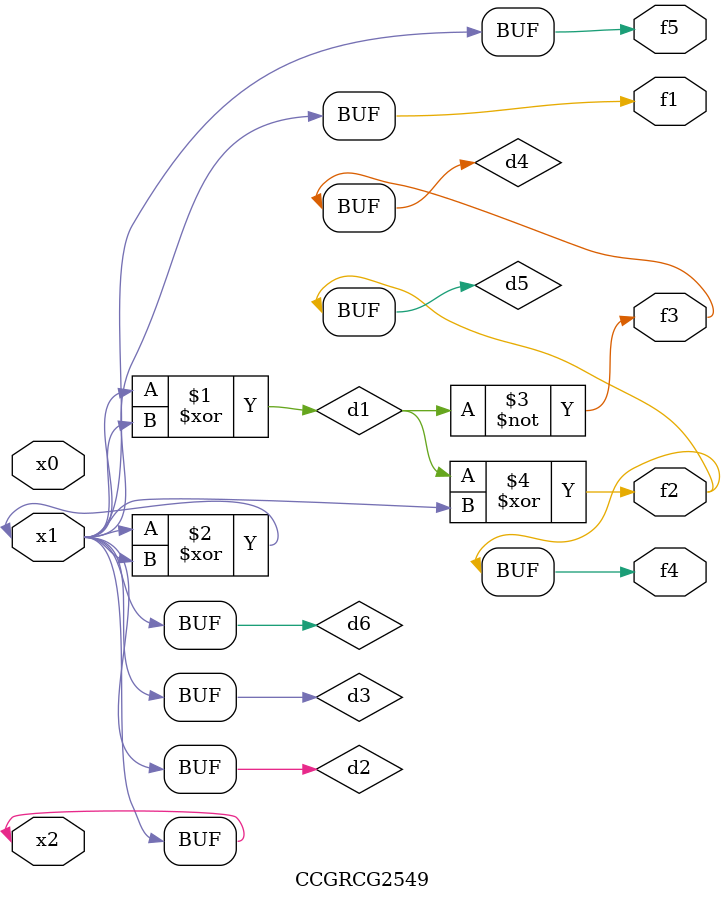
<source format=v>
module CCGRCG2549(
	input x0, x1, x2,
	output f1, f2, f3, f4, f5
);

	wire d1, d2, d3, d4, d5, d6;

	xor (d1, x1, x2);
	buf (d2, x1, x2);
	xor (d3, x1, x2);
	nor (d4, d1);
	xor (d5, d1, d2);
	buf (d6, d2, d3);
	assign f1 = d6;
	assign f2 = d5;
	assign f3 = d4;
	assign f4 = d5;
	assign f5 = d6;
endmodule

</source>
